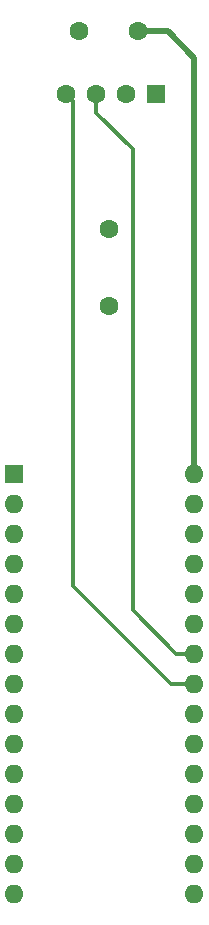
<source format=gbr>
%TF.GenerationSoftware,KiCad,Pcbnew,8.0.0*%
%TF.CreationDate,2024-07-08T18:04:10+10:00*%
%TF.ProjectId,Ardi,41726469-2e6b-4696-9361-645f70636258,A*%
%TF.SameCoordinates,Original*%
%TF.FileFunction,Copper,L2,Bot*%
%TF.FilePolarity,Positive*%
%FSLAX46Y46*%
G04 Gerber Fmt 4.6, Leading zero omitted, Abs format (unit mm)*
G04 Created by KiCad (PCBNEW 8.0.0) date 2024-07-08 18:04:10*
%MOMM*%
%LPD*%
G01*
G04 APERTURE LIST*
%TA.AperFunction,ComponentPad*%
%ADD10R,1.600000X1.600000*%
%TD*%
%TA.AperFunction,ComponentPad*%
%ADD11O,1.600000X1.600000*%
%TD*%
%TA.AperFunction,ComponentPad*%
%ADD12C,1.600000*%
%TD*%
%TA.AperFunction,Conductor*%
%ADD13C,0.300000*%
%TD*%
%TA.AperFunction,Conductor*%
%ADD14C,0.500000*%
%TD*%
G04 APERTURE END LIST*
D10*
%TO.P,A1,1,D1/TX*%
%TO.N,unconnected-(A1-D1{slash}TX-Pad1)*%
X127000000Y-105450000D03*
D11*
%TO.P,A1,2,D0/RX*%
%TO.N,unconnected-(A1-D0{slash}RX-Pad2)*%
X127000000Y-107990000D03*
%TO.P,A1,3,~{RESET}*%
%TO.N,unconnected-(A1-~{RESET}-Pad3)*%
X127000000Y-110530000D03*
%TO.P,A1,4,GND*%
%TO.N,GND*%
X127000000Y-113070000D03*
%TO.P,A1,5,D2*%
%TO.N,unconnected-(A1-D2-Pad5)*%
X127000000Y-115610000D03*
%TO.P,A1,6,D3*%
%TO.N,Net-(A1-D3)*%
X127000000Y-118150000D03*
%TO.P,A1,7,D4*%
%TO.N,unconnected-(A1-D4-Pad7)*%
X127000000Y-120690000D03*
%TO.P,A1,8,D5*%
%TO.N,unconnected-(A1-D5-Pad8)*%
X127000000Y-123230000D03*
%TO.P,A1,9,D6*%
%TO.N,unconnected-(A1-D6-Pad9)*%
X127000000Y-125770000D03*
%TO.P,A1,10,D7*%
%TO.N,unconnected-(A1-D7-Pad10)*%
X127000000Y-128310000D03*
%TO.P,A1,11,D8*%
%TO.N,unconnected-(A1-D8-Pad11)*%
X127000000Y-130850000D03*
%TO.P,A1,12,D9*%
%TO.N,unconnected-(A1-D9-Pad12)*%
X127000000Y-133390000D03*
%TO.P,A1,13,D10*%
%TO.N,unconnected-(A1-D10-Pad13)*%
X127000000Y-135930000D03*
%TO.P,A1,14,D11*%
%TO.N,Net-(A1-D11)*%
X127000000Y-138470000D03*
%TO.P,A1,15,D12*%
%TO.N,unconnected-(A1-D12-Pad15)*%
X127000000Y-141010000D03*
%TO.P,A1,16,D13*%
%TO.N,unconnected-(A1-D13-Pad16)*%
X142240000Y-141010000D03*
%TO.P,A1,17,3V3*%
%TO.N,unconnected-(A1-3V3-Pad17)*%
X142240000Y-138470000D03*
%TO.P,A1,18,AREF*%
%TO.N,unconnected-(A1-AREF-Pad18)*%
X142240000Y-135930000D03*
%TO.P,A1,19,A0*%
%TO.N,unconnected-(A1-A0-Pad19)*%
X142240000Y-133390000D03*
%TO.P,A1,20,A1*%
%TO.N,unconnected-(A1-A1-Pad20)*%
X142240000Y-130850000D03*
%TO.P,A1,21,A2*%
%TO.N,unconnected-(A1-A2-Pad21)*%
X142240000Y-128310000D03*
%TO.P,A1,22,A3*%
%TO.N,unconnected-(A1-A3-Pad22)*%
X142240000Y-125770000D03*
%TO.P,A1,23,A4*%
%TO.N,Net-(A1-A4)*%
X142240000Y-123230000D03*
%TO.P,A1,24,A5*%
%TO.N,Net-(A1-A5)*%
X142240000Y-120690000D03*
%TO.P,A1,25,A6*%
%TO.N,unconnected-(A1-A6-Pad25)*%
X142240000Y-118150000D03*
%TO.P,A1,26,A7*%
%TO.N,unconnected-(A1-A7-Pad26)*%
X142240000Y-115610000D03*
%TO.P,A1,27,+5V*%
%TO.N,+5V*%
X142240000Y-113070000D03*
%TO.P,A1,28,~{RESET}*%
%TO.N,unconnected-(A1-~{RESET}-Pad28)*%
X142240000Y-110530000D03*
%TO.P,A1,29,GND*%
%TO.N,unconnected-(A1-GND-Pad29)*%
X142240000Y-107990000D03*
%TO.P,A1,30,VIN*%
%TO.N,Net-(A1-VIN)*%
X142240000Y-105450000D03*
%TD*%
D12*
%TO.P,LS1,1,1*%
%TO.N,Net-(A1-D11)*%
X135000000Y-91250000D03*
%TO.P,LS1,2,2*%
%TO.N,Net-(A1-D3)*%
X135000000Y-84750000D03*
%TD*%
%TO.P,P1,1*%
%TO.N,Net-(A1-VIN)*%
X137500000Y-68000000D03*
%TO.P,P1,2*%
%TO.N,GND*%
X132500000Y-68000000D03*
%TD*%
D10*
%TO.P,U1,1,VCC*%
%TO.N,+5V*%
X139000000Y-73300000D03*
D12*
%TO.P,U1,2,GND*%
%TO.N,GND*%
X136460000Y-73300000D03*
%TO.P,U1,3,SCL*%
%TO.N,Net-(A1-A5)*%
X133920000Y-73300000D03*
%TO.P,U1,4,SDA*%
%TO.N,Net-(A1-A4)*%
X131380000Y-73300000D03*
%TD*%
D13*
%TO.N,Net-(A1-A5)*%
X137000000Y-117000000D02*
X137000000Y-78000000D01*
X140690000Y-120690000D02*
X137000000Y-117000000D01*
X137000000Y-78000000D02*
X133920000Y-74920000D01*
X133920000Y-74920000D02*
X133920000Y-73300000D01*
X142240000Y-120690000D02*
X140690000Y-120690000D01*
%TO.N,Net-(A1-A4)*%
X142240000Y-123230000D02*
X140230000Y-123230000D01*
X140230000Y-123230000D02*
X132000000Y-115000000D01*
X132000000Y-115000000D02*
X132000000Y-73920000D01*
X132000000Y-73920000D02*
X131380000Y-73300000D01*
D14*
%TO.N,Net-(A1-VIN)*%
X142240000Y-70240000D02*
X142240000Y-105450000D01*
X140000000Y-68000000D02*
X142240000Y-70240000D01*
X137500000Y-68000000D02*
X140000000Y-68000000D01*
%TD*%
M02*

</source>
